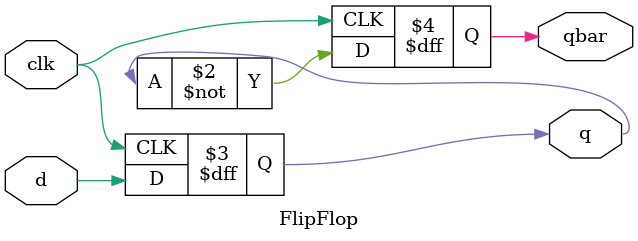
<source format=v>
`timescale 1ns / 1ps


module FlipFlop(clk, qbar, d, q);

input wire d;
input clk;
output reg q, qbar;

always @(posedge clk)begin
    q <= d;
    qbar <= ~q;
end

endmodule

</source>
